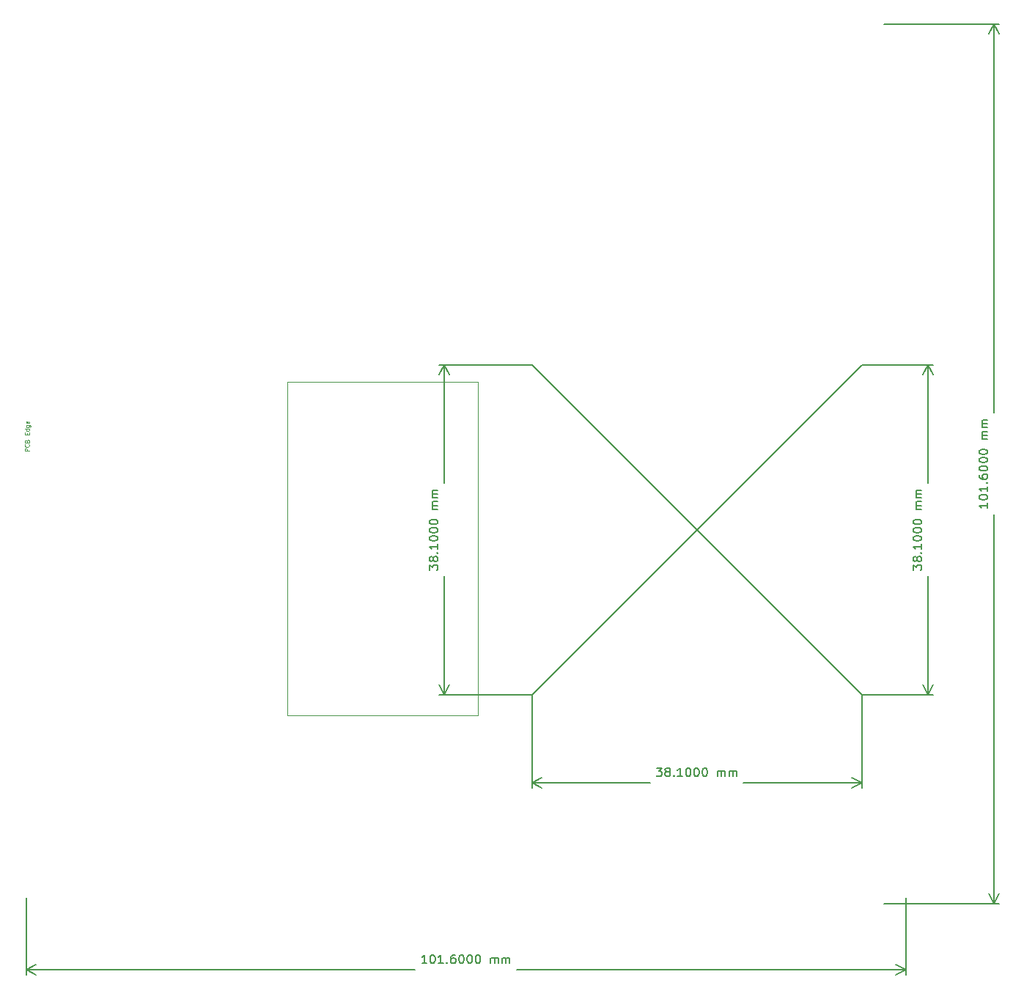
<source format=gbr>
%TF.GenerationSoftware,KiCad,Pcbnew,5.99.0-unknown-e950278637~142~ubuntu18.04.1*%
%TF.CreationDate,2021-10-25T23:56:18+03:00*%
%TF.ProjectId,cdf-1,6364662d-312e-46b6-9963-61645f706362,rev?*%
%TF.SameCoordinates,Original*%
%TF.FileFunction,OtherDrawing,Comment*%
%FSLAX46Y46*%
G04 Gerber Fmt 4.6, Leading zero omitted, Abs format (unit mm)*
G04 Created by KiCad (PCBNEW 5.99.0-unknown-e950278637~142~ubuntu18.04.1) date 2021-10-25 23:56:18*
%MOMM*%
%LPD*%
G01*
G04 APERTURE LIST*
%ADD10C,0.150000*%
%ADD11C,0.080000*%
%ADD12C,0.120000*%
G04 APERTURE END LIST*
D10*
X210439000Y-86360000D02*
X248539000Y-124460000D01*
X210439000Y-124460000D02*
X248539000Y-86360000D01*
X224822333Y-132922380D02*
X225441380Y-132922380D01*
X225108047Y-133303333D01*
X225250904Y-133303333D01*
X225346142Y-133350952D01*
X225393761Y-133398571D01*
X225441380Y-133493809D01*
X225441380Y-133731904D01*
X225393761Y-133827142D01*
X225346142Y-133874761D01*
X225250904Y-133922380D01*
X224965190Y-133922380D01*
X224869952Y-133874761D01*
X224822333Y-133827142D01*
X226012809Y-133350952D02*
X225917571Y-133303333D01*
X225869952Y-133255714D01*
X225822333Y-133160476D01*
X225822333Y-133112857D01*
X225869952Y-133017619D01*
X225917571Y-132970000D01*
X226012809Y-132922380D01*
X226203285Y-132922380D01*
X226298523Y-132970000D01*
X226346142Y-133017619D01*
X226393761Y-133112857D01*
X226393761Y-133160476D01*
X226346142Y-133255714D01*
X226298523Y-133303333D01*
X226203285Y-133350952D01*
X226012809Y-133350952D01*
X225917571Y-133398571D01*
X225869952Y-133446190D01*
X225822333Y-133541428D01*
X225822333Y-133731904D01*
X225869952Y-133827142D01*
X225917571Y-133874761D01*
X226012809Y-133922380D01*
X226203285Y-133922380D01*
X226298523Y-133874761D01*
X226346142Y-133827142D01*
X226393761Y-133731904D01*
X226393761Y-133541428D01*
X226346142Y-133446190D01*
X226298523Y-133398571D01*
X226203285Y-133350952D01*
X226822333Y-133827142D02*
X226869952Y-133874761D01*
X226822333Y-133922380D01*
X226774714Y-133874761D01*
X226822333Y-133827142D01*
X226822333Y-133922380D01*
X227822333Y-133922380D02*
X227250904Y-133922380D01*
X227536619Y-133922380D02*
X227536619Y-132922380D01*
X227441380Y-133065238D01*
X227346142Y-133160476D01*
X227250904Y-133208095D01*
X228441380Y-132922380D02*
X228536619Y-132922380D01*
X228631857Y-132970000D01*
X228679476Y-133017619D01*
X228727095Y-133112857D01*
X228774714Y-133303333D01*
X228774714Y-133541428D01*
X228727095Y-133731904D01*
X228679476Y-133827142D01*
X228631857Y-133874761D01*
X228536619Y-133922380D01*
X228441380Y-133922380D01*
X228346142Y-133874761D01*
X228298523Y-133827142D01*
X228250904Y-133731904D01*
X228203285Y-133541428D01*
X228203285Y-133303333D01*
X228250904Y-133112857D01*
X228298523Y-133017619D01*
X228346142Y-132970000D01*
X228441380Y-132922380D01*
X229393761Y-132922380D02*
X229489000Y-132922380D01*
X229584238Y-132970000D01*
X229631857Y-133017619D01*
X229679476Y-133112857D01*
X229727095Y-133303333D01*
X229727095Y-133541428D01*
X229679476Y-133731904D01*
X229631857Y-133827142D01*
X229584238Y-133874761D01*
X229489000Y-133922380D01*
X229393761Y-133922380D01*
X229298523Y-133874761D01*
X229250904Y-133827142D01*
X229203285Y-133731904D01*
X229155666Y-133541428D01*
X229155666Y-133303333D01*
X229203285Y-133112857D01*
X229250904Y-133017619D01*
X229298523Y-132970000D01*
X229393761Y-132922380D01*
X230346142Y-132922380D02*
X230441380Y-132922380D01*
X230536619Y-132970000D01*
X230584238Y-133017619D01*
X230631857Y-133112857D01*
X230679476Y-133303333D01*
X230679476Y-133541428D01*
X230631857Y-133731904D01*
X230584238Y-133827142D01*
X230536619Y-133874761D01*
X230441380Y-133922380D01*
X230346142Y-133922380D01*
X230250904Y-133874761D01*
X230203285Y-133827142D01*
X230155666Y-133731904D01*
X230108047Y-133541428D01*
X230108047Y-133303333D01*
X230155666Y-133112857D01*
X230203285Y-133017619D01*
X230250904Y-132970000D01*
X230346142Y-132922380D01*
X231869952Y-133922380D02*
X231869952Y-133255714D01*
X231869952Y-133350952D02*
X231917571Y-133303333D01*
X232012809Y-133255714D01*
X232155666Y-133255714D01*
X232250904Y-133303333D01*
X232298523Y-133398571D01*
X232298523Y-133922380D01*
X232298523Y-133398571D02*
X232346142Y-133303333D01*
X232441380Y-133255714D01*
X232584238Y-133255714D01*
X232679476Y-133303333D01*
X232727095Y-133398571D01*
X232727095Y-133922380D01*
X233203285Y-133922380D02*
X233203285Y-133255714D01*
X233203285Y-133350952D02*
X233250904Y-133303333D01*
X233346142Y-133255714D01*
X233489000Y-133255714D01*
X233584238Y-133303333D01*
X233631857Y-133398571D01*
X233631857Y-133922380D01*
X233631857Y-133398571D02*
X233679476Y-133303333D01*
X233774714Y-133255714D01*
X233917571Y-133255714D01*
X234012809Y-133303333D01*
X234060428Y-133398571D01*
X234060428Y-133922380D01*
X248539000Y-124460000D02*
X248539000Y-135206420D01*
X210439000Y-124460000D02*
X210439000Y-135206420D01*
X248539000Y-134620000D02*
X234873524Y-134620000D01*
X224104476Y-134620000D02*
X210439000Y-134620000D01*
X248539000Y-134620000D02*
X247412496Y-134033579D01*
X248539000Y-134620000D02*
X247412496Y-135206421D01*
X210439000Y-134620000D02*
X211565504Y-135206421D01*
X210439000Y-134620000D02*
X211565504Y-134033579D01*
X254461380Y-110076666D02*
X254461380Y-109457619D01*
X254842333Y-109790952D01*
X254842333Y-109648095D01*
X254889952Y-109552857D01*
X254937571Y-109505238D01*
X255032809Y-109457619D01*
X255270904Y-109457619D01*
X255366142Y-109505238D01*
X255413761Y-109552857D01*
X255461380Y-109648095D01*
X255461380Y-109933809D01*
X255413761Y-110029047D01*
X255366142Y-110076666D01*
X254889952Y-108886190D02*
X254842333Y-108981428D01*
X254794714Y-109029047D01*
X254699476Y-109076666D01*
X254651857Y-109076666D01*
X254556619Y-109029047D01*
X254509000Y-108981428D01*
X254461380Y-108886190D01*
X254461380Y-108695714D01*
X254509000Y-108600476D01*
X254556619Y-108552857D01*
X254651857Y-108505238D01*
X254699476Y-108505238D01*
X254794714Y-108552857D01*
X254842333Y-108600476D01*
X254889952Y-108695714D01*
X254889952Y-108886190D01*
X254937571Y-108981428D01*
X254985190Y-109029047D01*
X255080428Y-109076666D01*
X255270904Y-109076666D01*
X255366142Y-109029047D01*
X255413761Y-108981428D01*
X255461380Y-108886190D01*
X255461380Y-108695714D01*
X255413761Y-108600476D01*
X255366142Y-108552857D01*
X255270904Y-108505238D01*
X255080428Y-108505238D01*
X254985190Y-108552857D01*
X254937571Y-108600476D01*
X254889952Y-108695714D01*
X255366142Y-108076666D02*
X255413761Y-108029047D01*
X255461380Y-108076666D01*
X255413761Y-108124285D01*
X255366142Y-108076666D01*
X255461380Y-108076666D01*
X255461380Y-107076666D02*
X255461380Y-107648095D01*
X255461380Y-107362380D02*
X254461380Y-107362380D01*
X254604238Y-107457619D01*
X254699476Y-107552857D01*
X254747095Y-107648095D01*
X254461380Y-106457619D02*
X254461380Y-106362380D01*
X254509000Y-106267142D01*
X254556619Y-106219523D01*
X254651857Y-106171904D01*
X254842333Y-106124285D01*
X255080428Y-106124285D01*
X255270904Y-106171904D01*
X255366142Y-106219523D01*
X255413761Y-106267142D01*
X255461380Y-106362380D01*
X255461380Y-106457619D01*
X255413761Y-106552857D01*
X255366142Y-106600476D01*
X255270904Y-106648095D01*
X255080428Y-106695714D01*
X254842333Y-106695714D01*
X254651857Y-106648095D01*
X254556619Y-106600476D01*
X254509000Y-106552857D01*
X254461380Y-106457619D01*
X254461380Y-105505238D02*
X254461380Y-105410000D01*
X254509000Y-105314761D01*
X254556619Y-105267142D01*
X254651857Y-105219523D01*
X254842333Y-105171904D01*
X255080428Y-105171904D01*
X255270904Y-105219523D01*
X255366142Y-105267142D01*
X255413761Y-105314761D01*
X255461380Y-105410000D01*
X255461380Y-105505238D01*
X255413761Y-105600476D01*
X255366142Y-105648095D01*
X255270904Y-105695714D01*
X255080428Y-105743333D01*
X254842333Y-105743333D01*
X254651857Y-105695714D01*
X254556619Y-105648095D01*
X254509000Y-105600476D01*
X254461380Y-105505238D01*
X254461380Y-104552857D02*
X254461380Y-104457619D01*
X254509000Y-104362380D01*
X254556619Y-104314761D01*
X254651857Y-104267142D01*
X254842333Y-104219523D01*
X255080428Y-104219523D01*
X255270904Y-104267142D01*
X255366142Y-104314761D01*
X255413761Y-104362380D01*
X255461380Y-104457619D01*
X255461380Y-104552857D01*
X255413761Y-104648095D01*
X255366142Y-104695714D01*
X255270904Y-104743333D01*
X255080428Y-104790952D01*
X254842333Y-104790952D01*
X254651857Y-104743333D01*
X254556619Y-104695714D01*
X254509000Y-104648095D01*
X254461380Y-104552857D01*
X255461380Y-103029047D02*
X254794714Y-103029047D01*
X254889952Y-103029047D02*
X254842333Y-102981428D01*
X254794714Y-102886190D01*
X254794714Y-102743333D01*
X254842333Y-102648095D01*
X254937571Y-102600476D01*
X255461380Y-102600476D01*
X254937571Y-102600476D02*
X254842333Y-102552857D01*
X254794714Y-102457619D01*
X254794714Y-102314761D01*
X254842333Y-102219523D01*
X254937571Y-102171904D01*
X255461380Y-102171904D01*
X255461380Y-101695714D02*
X254794714Y-101695714D01*
X254889952Y-101695714D02*
X254842333Y-101648095D01*
X254794714Y-101552857D01*
X254794714Y-101410000D01*
X254842333Y-101314761D01*
X254937571Y-101267142D01*
X255461380Y-101267142D01*
X254937571Y-101267142D02*
X254842333Y-101219523D01*
X254794714Y-101124285D01*
X254794714Y-100981428D01*
X254842333Y-100886190D01*
X254937571Y-100838571D01*
X255461380Y-100838571D01*
X248539000Y-124460000D02*
X256745420Y-124460000D01*
X248539000Y-86360000D02*
X256745420Y-86360000D01*
X256159000Y-124460000D02*
X256159000Y-110794524D01*
X256159000Y-100025476D02*
X256159000Y-86360000D01*
X256159000Y-124460000D02*
X256745421Y-123333496D01*
X256159000Y-124460000D02*
X255572579Y-123333496D01*
X256159000Y-86360000D02*
X255572579Y-87486504D01*
X256159000Y-86360000D02*
X256745421Y-87486504D01*
X198581380Y-110076666D02*
X198581380Y-109457619D01*
X198962333Y-109790952D01*
X198962333Y-109648095D01*
X199009952Y-109552857D01*
X199057571Y-109505238D01*
X199152809Y-109457619D01*
X199390904Y-109457619D01*
X199486142Y-109505238D01*
X199533761Y-109552857D01*
X199581380Y-109648095D01*
X199581380Y-109933809D01*
X199533761Y-110029047D01*
X199486142Y-110076666D01*
X199009952Y-108886190D02*
X198962333Y-108981428D01*
X198914714Y-109029047D01*
X198819476Y-109076666D01*
X198771857Y-109076666D01*
X198676619Y-109029047D01*
X198629000Y-108981428D01*
X198581380Y-108886190D01*
X198581380Y-108695714D01*
X198629000Y-108600476D01*
X198676619Y-108552857D01*
X198771857Y-108505238D01*
X198819476Y-108505238D01*
X198914714Y-108552857D01*
X198962333Y-108600476D01*
X199009952Y-108695714D01*
X199009952Y-108886190D01*
X199057571Y-108981428D01*
X199105190Y-109029047D01*
X199200428Y-109076666D01*
X199390904Y-109076666D01*
X199486142Y-109029047D01*
X199533761Y-108981428D01*
X199581380Y-108886190D01*
X199581380Y-108695714D01*
X199533761Y-108600476D01*
X199486142Y-108552857D01*
X199390904Y-108505238D01*
X199200428Y-108505238D01*
X199105190Y-108552857D01*
X199057571Y-108600476D01*
X199009952Y-108695714D01*
X199486142Y-108076666D02*
X199533761Y-108029047D01*
X199581380Y-108076666D01*
X199533761Y-108124285D01*
X199486142Y-108076666D01*
X199581380Y-108076666D01*
X199581380Y-107076666D02*
X199581380Y-107648095D01*
X199581380Y-107362380D02*
X198581380Y-107362380D01*
X198724238Y-107457619D01*
X198819476Y-107552857D01*
X198867095Y-107648095D01*
X198581380Y-106457619D02*
X198581380Y-106362380D01*
X198629000Y-106267142D01*
X198676619Y-106219523D01*
X198771857Y-106171904D01*
X198962333Y-106124285D01*
X199200428Y-106124285D01*
X199390904Y-106171904D01*
X199486142Y-106219523D01*
X199533761Y-106267142D01*
X199581380Y-106362380D01*
X199581380Y-106457619D01*
X199533761Y-106552857D01*
X199486142Y-106600476D01*
X199390904Y-106648095D01*
X199200428Y-106695714D01*
X198962333Y-106695714D01*
X198771857Y-106648095D01*
X198676619Y-106600476D01*
X198629000Y-106552857D01*
X198581380Y-106457619D01*
X198581380Y-105505238D02*
X198581380Y-105410000D01*
X198629000Y-105314761D01*
X198676619Y-105267142D01*
X198771857Y-105219523D01*
X198962333Y-105171904D01*
X199200428Y-105171904D01*
X199390904Y-105219523D01*
X199486142Y-105267142D01*
X199533761Y-105314761D01*
X199581380Y-105410000D01*
X199581380Y-105505238D01*
X199533761Y-105600476D01*
X199486142Y-105648095D01*
X199390904Y-105695714D01*
X199200428Y-105743333D01*
X198962333Y-105743333D01*
X198771857Y-105695714D01*
X198676619Y-105648095D01*
X198629000Y-105600476D01*
X198581380Y-105505238D01*
X198581380Y-104552857D02*
X198581380Y-104457619D01*
X198629000Y-104362380D01*
X198676619Y-104314761D01*
X198771857Y-104267142D01*
X198962333Y-104219523D01*
X199200428Y-104219523D01*
X199390904Y-104267142D01*
X199486142Y-104314761D01*
X199533761Y-104362380D01*
X199581380Y-104457619D01*
X199581380Y-104552857D01*
X199533761Y-104648095D01*
X199486142Y-104695714D01*
X199390904Y-104743333D01*
X199200428Y-104790952D01*
X198962333Y-104790952D01*
X198771857Y-104743333D01*
X198676619Y-104695714D01*
X198629000Y-104648095D01*
X198581380Y-104552857D01*
X199581380Y-103029047D02*
X198914714Y-103029047D01*
X199009952Y-103029047D02*
X198962333Y-102981428D01*
X198914714Y-102886190D01*
X198914714Y-102743333D01*
X198962333Y-102648095D01*
X199057571Y-102600476D01*
X199581380Y-102600476D01*
X199057571Y-102600476D02*
X198962333Y-102552857D01*
X198914714Y-102457619D01*
X198914714Y-102314761D01*
X198962333Y-102219523D01*
X199057571Y-102171904D01*
X199581380Y-102171904D01*
X199581380Y-101695714D02*
X198914714Y-101695714D01*
X199009952Y-101695714D02*
X198962333Y-101648095D01*
X198914714Y-101552857D01*
X198914714Y-101410000D01*
X198962333Y-101314761D01*
X199057571Y-101267142D01*
X199581380Y-101267142D01*
X199057571Y-101267142D02*
X198962333Y-101219523D01*
X198914714Y-101124285D01*
X198914714Y-100981428D01*
X198962333Y-100886190D01*
X199057571Y-100838571D01*
X199581380Y-100838571D01*
X210439000Y-124460000D02*
X199692580Y-124460000D01*
X210439000Y-86360000D02*
X199692580Y-86360000D01*
X200279000Y-124460000D02*
X200279000Y-110794524D01*
X200279000Y-100025476D02*
X200279000Y-86360000D01*
X200279000Y-124460000D02*
X200865421Y-123333496D01*
X200279000Y-124460000D02*
X199692579Y-123333496D01*
X200279000Y-86360000D02*
X199692579Y-87486504D01*
X200279000Y-86360000D02*
X200865421Y-87486504D01*
X263081380Y-102313809D02*
X263081380Y-102885238D01*
X263081380Y-102599523D02*
X262081380Y-102599523D01*
X262224238Y-102694761D01*
X262319476Y-102790000D01*
X262367095Y-102885238D01*
X262081380Y-101694761D02*
X262081380Y-101599523D01*
X262129000Y-101504285D01*
X262176619Y-101456666D01*
X262271857Y-101409047D01*
X262462333Y-101361428D01*
X262700428Y-101361428D01*
X262890904Y-101409047D01*
X262986142Y-101456666D01*
X263033761Y-101504285D01*
X263081380Y-101599523D01*
X263081380Y-101694761D01*
X263033761Y-101790000D01*
X262986142Y-101837619D01*
X262890904Y-101885238D01*
X262700428Y-101932857D01*
X262462333Y-101932857D01*
X262271857Y-101885238D01*
X262176619Y-101837619D01*
X262129000Y-101790000D01*
X262081380Y-101694761D01*
X263081380Y-100409047D02*
X263081380Y-100980476D01*
X263081380Y-100694761D02*
X262081380Y-100694761D01*
X262224238Y-100790000D01*
X262319476Y-100885238D01*
X262367095Y-100980476D01*
X262986142Y-99980476D02*
X263033761Y-99932857D01*
X263081380Y-99980476D01*
X263033761Y-100028095D01*
X262986142Y-99980476D01*
X263081380Y-99980476D01*
X262081380Y-99075714D02*
X262081380Y-99266190D01*
X262129000Y-99361428D01*
X262176619Y-99409047D01*
X262319476Y-99504285D01*
X262509952Y-99551904D01*
X262890904Y-99551904D01*
X262986142Y-99504285D01*
X263033761Y-99456666D01*
X263081380Y-99361428D01*
X263081380Y-99170952D01*
X263033761Y-99075714D01*
X262986142Y-99028095D01*
X262890904Y-98980476D01*
X262652809Y-98980476D01*
X262557571Y-99028095D01*
X262509952Y-99075714D01*
X262462333Y-99170952D01*
X262462333Y-99361428D01*
X262509952Y-99456666D01*
X262557571Y-99504285D01*
X262652809Y-99551904D01*
X262081380Y-98361428D02*
X262081380Y-98266190D01*
X262129000Y-98170952D01*
X262176619Y-98123333D01*
X262271857Y-98075714D01*
X262462333Y-98028095D01*
X262700428Y-98028095D01*
X262890904Y-98075714D01*
X262986142Y-98123333D01*
X263033761Y-98170952D01*
X263081380Y-98266190D01*
X263081380Y-98361428D01*
X263033761Y-98456666D01*
X262986142Y-98504285D01*
X262890904Y-98551904D01*
X262700428Y-98599523D01*
X262462333Y-98599523D01*
X262271857Y-98551904D01*
X262176619Y-98504285D01*
X262129000Y-98456666D01*
X262081380Y-98361428D01*
X262081380Y-97409047D02*
X262081380Y-97313809D01*
X262129000Y-97218571D01*
X262176619Y-97170952D01*
X262271857Y-97123333D01*
X262462333Y-97075714D01*
X262700428Y-97075714D01*
X262890904Y-97123333D01*
X262986142Y-97170952D01*
X263033761Y-97218571D01*
X263081380Y-97313809D01*
X263081380Y-97409047D01*
X263033761Y-97504285D01*
X262986142Y-97551904D01*
X262890904Y-97599523D01*
X262700428Y-97647142D01*
X262462333Y-97647142D01*
X262271857Y-97599523D01*
X262176619Y-97551904D01*
X262129000Y-97504285D01*
X262081380Y-97409047D01*
X262081380Y-96456666D02*
X262081380Y-96361428D01*
X262129000Y-96266190D01*
X262176619Y-96218571D01*
X262271857Y-96170952D01*
X262462333Y-96123333D01*
X262700428Y-96123333D01*
X262890904Y-96170952D01*
X262986142Y-96218571D01*
X263033761Y-96266190D01*
X263081380Y-96361428D01*
X263081380Y-96456666D01*
X263033761Y-96551904D01*
X262986142Y-96599523D01*
X262890904Y-96647142D01*
X262700428Y-96694761D01*
X262462333Y-96694761D01*
X262271857Y-96647142D01*
X262176619Y-96599523D01*
X262129000Y-96551904D01*
X262081380Y-96456666D01*
X263081380Y-94932857D02*
X262414714Y-94932857D01*
X262509952Y-94932857D02*
X262462333Y-94885238D01*
X262414714Y-94790000D01*
X262414714Y-94647142D01*
X262462333Y-94551904D01*
X262557571Y-94504285D01*
X263081380Y-94504285D01*
X262557571Y-94504285D02*
X262462333Y-94456666D01*
X262414714Y-94361428D01*
X262414714Y-94218571D01*
X262462333Y-94123333D01*
X262557571Y-94075714D01*
X263081380Y-94075714D01*
X263081380Y-93599523D02*
X262414714Y-93599523D01*
X262509952Y-93599523D02*
X262462333Y-93551904D01*
X262414714Y-93456666D01*
X262414714Y-93313809D01*
X262462333Y-93218571D01*
X262557571Y-93170952D01*
X263081380Y-93170952D01*
X262557571Y-93170952D02*
X262462333Y-93123333D01*
X262414714Y-93028095D01*
X262414714Y-92885238D01*
X262462333Y-92790000D01*
X262557571Y-92742380D01*
X263081380Y-92742380D01*
X251079000Y-46990000D02*
X264365420Y-46990000D01*
X251079000Y-148590000D02*
X264365420Y-148590000D01*
X263779000Y-46990000D02*
X263779000Y-91929285D01*
X263779000Y-103650714D02*
X263779000Y-148590000D01*
X263779000Y-46990000D02*
X263192579Y-48116504D01*
X263779000Y-46990000D02*
X264365421Y-48116504D01*
X263779000Y-148590000D02*
X264365421Y-147463496D01*
X263779000Y-148590000D02*
X263192579Y-147463496D01*
X198295190Y-155512380D02*
X197723761Y-155512380D01*
X198009476Y-155512380D02*
X198009476Y-154512380D01*
X197914238Y-154655238D01*
X197819000Y-154750476D01*
X197723761Y-154798095D01*
X198914238Y-154512380D02*
X199009476Y-154512380D01*
X199104714Y-154560000D01*
X199152333Y-154607619D01*
X199199952Y-154702857D01*
X199247571Y-154893333D01*
X199247571Y-155131428D01*
X199199952Y-155321904D01*
X199152333Y-155417142D01*
X199104714Y-155464761D01*
X199009476Y-155512380D01*
X198914238Y-155512380D01*
X198819000Y-155464761D01*
X198771380Y-155417142D01*
X198723761Y-155321904D01*
X198676142Y-155131428D01*
X198676142Y-154893333D01*
X198723761Y-154702857D01*
X198771380Y-154607619D01*
X198819000Y-154560000D01*
X198914238Y-154512380D01*
X200199952Y-155512380D02*
X199628523Y-155512380D01*
X199914238Y-155512380D02*
X199914238Y-154512380D01*
X199819000Y-154655238D01*
X199723761Y-154750476D01*
X199628523Y-154798095D01*
X200628523Y-155417142D02*
X200676142Y-155464761D01*
X200628523Y-155512380D01*
X200580904Y-155464761D01*
X200628523Y-155417142D01*
X200628523Y-155512380D01*
X201533285Y-154512380D02*
X201342809Y-154512380D01*
X201247571Y-154560000D01*
X201199952Y-154607619D01*
X201104714Y-154750476D01*
X201057095Y-154940952D01*
X201057095Y-155321904D01*
X201104714Y-155417142D01*
X201152333Y-155464761D01*
X201247571Y-155512380D01*
X201438047Y-155512380D01*
X201533285Y-155464761D01*
X201580904Y-155417142D01*
X201628523Y-155321904D01*
X201628523Y-155083809D01*
X201580904Y-154988571D01*
X201533285Y-154940952D01*
X201438047Y-154893333D01*
X201247571Y-154893333D01*
X201152333Y-154940952D01*
X201104714Y-154988571D01*
X201057095Y-155083809D01*
X202247571Y-154512380D02*
X202342809Y-154512380D01*
X202438047Y-154560000D01*
X202485666Y-154607619D01*
X202533285Y-154702857D01*
X202580904Y-154893333D01*
X202580904Y-155131428D01*
X202533285Y-155321904D01*
X202485666Y-155417142D01*
X202438047Y-155464761D01*
X202342809Y-155512380D01*
X202247571Y-155512380D01*
X202152333Y-155464761D01*
X202104714Y-155417142D01*
X202057095Y-155321904D01*
X202009476Y-155131428D01*
X202009476Y-154893333D01*
X202057095Y-154702857D01*
X202104714Y-154607619D01*
X202152333Y-154560000D01*
X202247571Y-154512380D01*
X203199952Y-154512380D02*
X203295190Y-154512380D01*
X203390428Y-154560000D01*
X203438047Y-154607619D01*
X203485666Y-154702857D01*
X203533285Y-154893333D01*
X203533285Y-155131428D01*
X203485666Y-155321904D01*
X203438047Y-155417142D01*
X203390428Y-155464761D01*
X203295190Y-155512380D01*
X203199952Y-155512380D01*
X203104714Y-155464761D01*
X203057095Y-155417142D01*
X203009476Y-155321904D01*
X202961857Y-155131428D01*
X202961857Y-154893333D01*
X203009476Y-154702857D01*
X203057095Y-154607619D01*
X203104714Y-154560000D01*
X203199952Y-154512380D01*
X204152333Y-154512380D02*
X204247571Y-154512380D01*
X204342809Y-154560000D01*
X204390428Y-154607619D01*
X204438047Y-154702857D01*
X204485666Y-154893333D01*
X204485666Y-155131428D01*
X204438047Y-155321904D01*
X204390428Y-155417142D01*
X204342809Y-155464761D01*
X204247571Y-155512380D01*
X204152333Y-155512380D01*
X204057095Y-155464761D01*
X204009476Y-155417142D01*
X203961857Y-155321904D01*
X203914238Y-155131428D01*
X203914238Y-154893333D01*
X203961857Y-154702857D01*
X204009476Y-154607619D01*
X204057095Y-154560000D01*
X204152333Y-154512380D01*
X205676142Y-155512380D02*
X205676142Y-154845714D01*
X205676142Y-154940952D02*
X205723761Y-154893333D01*
X205819000Y-154845714D01*
X205961857Y-154845714D01*
X206057095Y-154893333D01*
X206104714Y-154988571D01*
X206104714Y-155512380D01*
X206104714Y-154988571D02*
X206152333Y-154893333D01*
X206247571Y-154845714D01*
X206390428Y-154845714D01*
X206485666Y-154893333D01*
X206533285Y-154988571D01*
X206533285Y-155512380D01*
X207009476Y-155512380D02*
X207009476Y-154845714D01*
X207009476Y-154940952D02*
X207057095Y-154893333D01*
X207152333Y-154845714D01*
X207295190Y-154845714D01*
X207390428Y-154893333D01*
X207438047Y-154988571D01*
X207438047Y-155512380D01*
X207438047Y-154988571D02*
X207485666Y-154893333D01*
X207580904Y-154845714D01*
X207723761Y-154845714D01*
X207819000Y-154893333D01*
X207866619Y-154988571D01*
X207866619Y-155512380D01*
X253619000Y-147955000D02*
X253619000Y-156796420D01*
X152019000Y-147955000D02*
X152019000Y-156796420D01*
X253619000Y-156210000D02*
X208679715Y-156210000D01*
X196958286Y-156210000D02*
X152019000Y-156210000D01*
X253619000Y-156210000D02*
X252492496Y-155623579D01*
X253619000Y-156210000D02*
X252492496Y-156796421D01*
X152019000Y-156210000D02*
X153145504Y-156796421D01*
X152019000Y-156210000D02*
X153145504Y-155623579D01*
D11*
%TO.C,J1*%
X152351690Y-96329285D02*
X151851690Y-96329285D01*
X151851690Y-96138809D01*
X151875500Y-96091190D01*
X151899309Y-96067380D01*
X151946928Y-96043571D01*
X152018357Y-96043571D01*
X152065976Y-96067380D01*
X152089785Y-96091190D01*
X152113595Y-96138809D01*
X152113595Y-96329285D01*
X152304071Y-95543571D02*
X152327880Y-95567380D01*
X152351690Y-95638809D01*
X152351690Y-95686428D01*
X152327880Y-95757857D01*
X152280261Y-95805476D01*
X152232642Y-95829285D01*
X152137404Y-95853095D01*
X152065976Y-95853095D01*
X151970738Y-95829285D01*
X151923119Y-95805476D01*
X151875500Y-95757857D01*
X151851690Y-95686428D01*
X151851690Y-95638809D01*
X151875500Y-95567380D01*
X151899309Y-95543571D01*
X152089785Y-95162619D02*
X152113595Y-95091190D01*
X152137404Y-95067380D01*
X152185023Y-95043571D01*
X152256452Y-95043571D01*
X152304071Y-95067380D01*
X152327880Y-95091190D01*
X152351690Y-95138809D01*
X152351690Y-95329285D01*
X151851690Y-95329285D01*
X151851690Y-95162619D01*
X151875500Y-95115000D01*
X151899309Y-95091190D01*
X151946928Y-95067380D01*
X151994547Y-95067380D01*
X152042166Y-95091190D01*
X152065976Y-95115000D01*
X152089785Y-95162619D01*
X152089785Y-95329285D01*
X152089785Y-94448333D02*
X152089785Y-94281666D01*
X152351690Y-94210238D02*
X152351690Y-94448333D01*
X151851690Y-94448333D01*
X151851690Y-94210238D01*
X152351690Y-93781666D02*
X151851690Y-93781666D01*
X152327880Y-93781666D02*
X152351690Y-93829285D01*
X152351690Y-93924523D01*
X152327880Y-93972142D01*
X152304071Y-93995952D01*
X152256452Y-94019761D01*
X152113595Y-94019761D01*
X152065976Y-93995952D01*
X152042166Y-93972142D01*
X152018357Y-93924523D01*
X152018357Y-93829285D01*
X152042166Y-93781666D01*
X152018357Y-93329285D02*
X152423119Y-93329285D01*
X152470738Y-93353095D01*
X152494547Y-93376904D01*
X152518357Y-93424523D01*
X152518357Y-93495952D01*
X152494547Y-93543571D01*
X152327880Y-93329285D02*
X152351690Y-93376904D01*
X152351690Y-93472142D01*
X152327880Y-93519761D01*
X152304071Y-93543571D01*
X152256452Y-93567380D01*
X152113595Y-93567380D01*
X152065976Y-93543571D01*
X152042166Y-93519761D01*
X152018357Y-93472142D01*
X152018357Y-93376904D01*
X152042166Y-93329285D01*
X152327880Y-92900714D02*
X152351690Y-92948333D01*
X152351690Y-93043571D01*
X152327880Y-93091190D01*
X152280261Y-93115000D01*
X152089785Y-93115000D01*
X152042166Y-93091190D01*
X152018357Y-93043571D01*
X152018357Y-92948333D01*
X152042166Y-92900714D01*
X152089785Y-92876904D01*
X152137404Y-92876904D01*
X152185023Y-93115000D01*
D12*
%TO.C,U2*%
X204199000Y-88360000D02*
X182199000Y-88360000D01*
X202339000Y-88360000D02*
X201139000Y-88360000D01*
X182199000Y-126860000D02*
X182199000Y-88360000D01*
X204199000Y-88360000D02*
X204199000Y-126860000D01*
X204199000Y-126860000D02*
X182199000Y-126860000D01*
X204199000Y-90760000D02*
X204199000Y-90310000D01*
X182199000Y-89860000D02*
X182199000Y-91160000D01*
%TD*%
M02*

</source>
